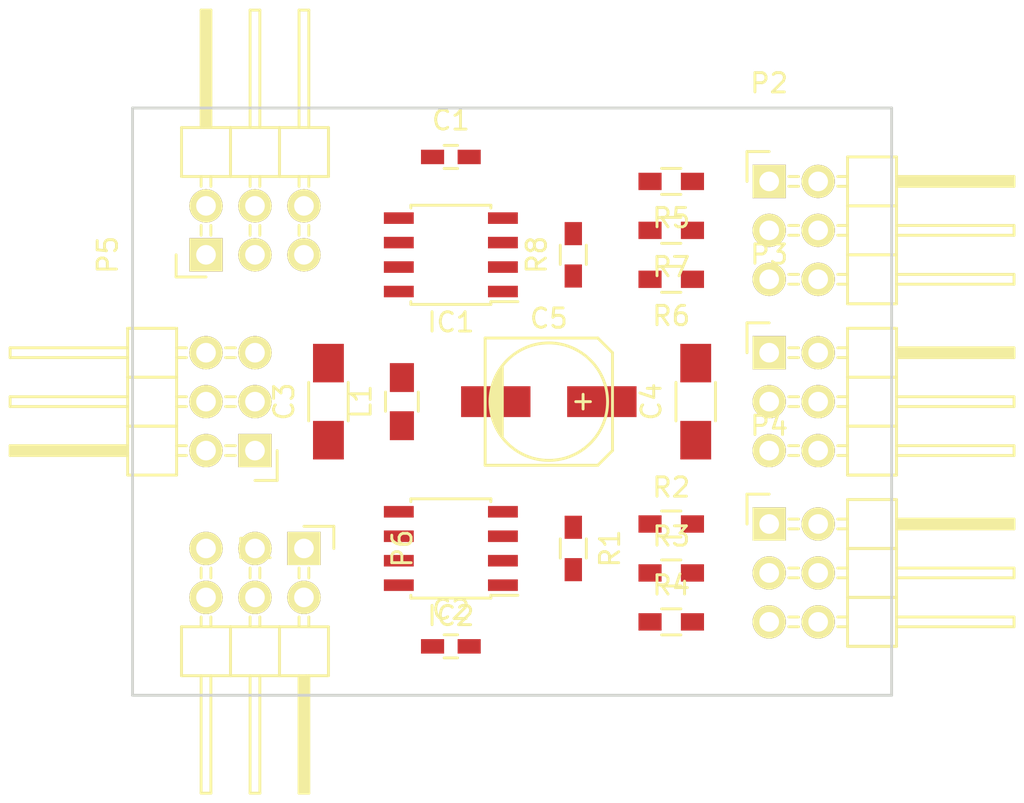
<source format=kicad_pcb>
(kicad_pcb (version 4) (host pcbnew 4.0.2-stable)

  (general
    (links 57)
    (no_connects 57)
    (area 0 0 0 0)
    (thickness 1.6)
    (drawings 4)
    (tracks 0)
    (zones 0)
    (modules 22)
    (nets 24)
  )

  (page A4)
  (layers
    (0 F.Cu signal)
    (31 B.Cu signal)
    (32 B.Adhes user)
    (33 F.Adhes user)
    (34 B.Paste user)
    (35 F.Paste user)
    (36 B.SilkS user)
    (37 F.SilkS user)
    (38 B.Mask user)
    (39 F.Mask user)
    (40 Dwgs.User user)
    (41 Cmts.User user)
    (42 Eco1.User user)
    (43 Eco2.User user)
    (44 Edge.Cuts user)
    (45 Margin user)
    (46 B.CrtYd user hide)
    (47 F.CrtYd user)
    (48 B.Fab user)
    (49 F.Fab user)
  )

  (setup
    (last_trace_width 0.25)
    (trace_clearance 0.2)
    (zone_clearance 0.508)
    (zone_45_only no)
    (trace_min 0.2)
    (segment_width 0.2)
    (edge_width 0.15)
    (via_size 0.6)
    (via_drill 0.4)
    (via_min_size 0.4)
    (via_min_drill 0.3)
    (uvia_size 0.3)
    (uvia_drill 0.1)
    (uvias_allowed no)
    (uvia_min_size 0.2)
    (uvia_min_drill 0.1)
    (pcb_text_width 0.3)
    (pcb_text_size 1.5 1.5)
    (mod_edge_width 0.15)
    (mod_text_size 1 1)
    (mod_text_width 0.15)
    (pad_size 1.524 1.524)
    (pad_drill 0.762)
    (pad_to_mask_clearance 0.2)
    (aux_axis_origin 0 0)
    (visible_elements FFFFFF5F)
    (pcbplotparams
      (layerselection 0x00030_80000001)
      (usegerberextensions false)
      (excludeedgelayer true)
      (linewidth 0.100000)
      (plotframeref false)
      (viasonmask false)
      (mode 1)
      (useauxorigin false)
      (hpglpennumber 1)
      (hpglpenspeed 20)
      (hpglpendiameter 15)
      (hpglpenoverlay 2)
      (psnegative false)
      (psa4output false)
      (plotreference true)
      (plotvalue true)
      (plotinvisibletext false)
      (padsonsilk false)
      (subtractmaskfromsilk false)
      (outputformat 1)
      (mirror false)
      (drillshape 1)
      (scaleselection 1)
      (outputdirectory ""))
  )

  (net 0 "")
  (net 1 +5F)
  (net 2 GND)
  (net 3 +5V)
  (net 4 Input_B)
  (net 5 Input_A)
  (net 6 "Net-(P1-Pad3)")
  (net 7 "Net-(P1-Pad4)")
  (net 8 "Net-(P2-Pad1)")
  (net 9 "Net-(P2-Pad2)")
  (net 10 "Net-(P3-Pad1)")
  (net 11 "Net-(P3-Pad2)")
  (net 12 "Net-(P4-Pad1)")
  (net 13 "Net-(P4-Pad2)")
  (net 14 COPY_A2)
  (net 15 COPY_A3)
  (net 16 COPY_A1)
  (net 17 Reset_A)
  (net 18 COPY_B2)
  (net 19 COPY_B3)
  (net 20 COPY_B1)
  (net 21 Reset_B)
  (net 22 "Net-(IC1-Pad3)")
  (net 23 "Net-(IC2-Pad3)")

  (net_class Default "This is the default net class."
    (clearance 0.2)
    (trace_width 0.25)
    (via_dia 0.6)
    (via_drill 0.4)
    (uvia_dia 0.3)
    (uvia_drill 0.1)
    (add_net +5F)
    (add_net +5V)
    (add_net COPY_A1)
    (add_net COPY_A2)
    (add_net COPY_A3)
    (add_net COPY_B1)
    (add_net COPY_B2)
    (add_net COPY_B3)
    (add_net GND)
    (add_net Input_A)
    (add_net Input_B)
    (add_net "Net-(IC1-Pad3)")
    (add_net "Net-(IC2-Pad3)")
    (add_net "Net-(P1-Pad3)")
    (add_net "Net-(P1-Pad4)")
    (add_net "Net-(P2-Pad1)")
    (add_net "Net-(P2-Pad2)")
    (add_net "Net-(P3-Pad1)")
    (add_net "Net-(P3-Pad2)")
    (add_net "Net-(P4-Pad1)")
    (add_net "Net-(P4-Pad2)")
    (add_net Reset_A)
    (add_net Reset_B)
  )

  (module Capacitors_SMD:C_0603_HandSoldering (layer F.Cu) (tedit 541A9B4D) (tstamp 5721574A)
    (at 121.92 88.9)
    (descr "Capacitor SMD 0603, hand soldering")
    (tags "capacitor 0603")
    (path /57213E99)
    (attr smd)
    (fp_text reference C1 (at 0 -1.9) (layer F.SilkS)
      (effects (font (size 1 1) (thickness 0.15)))
    )
    (fp_text value 0U1 (at 0 1.9) (layer F.Fab)
      (effects (font (size 1 1) (thickness 0.15)))
    )
    (fp_line (start -1.85 -0.75) (end 1.85 -0.75) (layer F.CrtYd) (width 0.05))
    (fp_line (start -1.85 0.75) (end 1.85 0.75) (layer F.CrtYd) (width 0.05))
    (fp_line (start -1.85 -0.75) (end -1.85 0.75) (layer F.CrtYd) (width 0.05))
    (fp_line (start 1.85 -0.75) (end 1.85 0.75) (layer F.CrtYd) (width 0.05))
    (fp_line (start -0.35 -0.6) (end 0.35 -0.6) (layer F.SilkS) (width 0.15))
    (fp_line (start 0.35 0.6) (end -0.35 0.6) (layer F.SilkS) (width 0.15))
    (pad 1 smd rect (at -0.95 0) (size 1.2 0.75) (layers F.Cu F.Paste F.Mask)
      (net 1 +5F))
    (pad 2 smd rect (at 0.95 0) (size 1.2 0.75) (layers F.Cu F.Paste F.Mask)
      (net 2 GND))
    (model Capacitors_SMD.3dshapes/C_0603_HandSoldering.wrl
      (at (xyz 0 0 0))
      (scale (xyz 1 1 1))
      (rotate (xyz 0 0 0))
    )
  )

  (module Capacitors_SMD:C_0603_HandSoldering (layer F.Cu) (tedit 541A9B4D) (tstamp 57215756)
    (at 121.92 114.3)
    (descr "Capacitor SMD 0603, hand soldering")
    (tags "capacitor 0603")
    (path /5721996E)
    (attr smd)
    (fp_text reference C2 (at 0 -1.9) (layer F.SilkS)
      (effects (font (size 1 1) (thickness 0.15)))
    )
    (fp_text value 0U1 (at 0 1.9) (layer F.Fab)
      (effects (font (size 1 1) (thickness 0.15)))
    )
    (fp_line (start -1.85 -0.75) (end 1.85 -0.75) (layer F.CrtYd) (width 0.05))
    (fp_line (start -1.85 0.75) (end 1.85 0.75) (layer F.CrtYd) (width 0.05))
    (fp_line (start -1.85 -0.75) (end -1.85 0.75) (layer F.CrtYd) (width 0.05))
    (fp_line (start 1.85 -0.75) (end 1.85 0.75) (layer F.CrtYd) (width 0.05))
    (fp_line (start -0.35 -0.6) (end 0.35 -0.6) (layer F.SilkS) (width 0.15))
    (fp_line (start 0.35 0.6) (end -0.35 0.6) (layer F.SilkS) (width 0.15))
    (pad 1 smd rect (at -0.95 0) (size 1.2 0.75) (layers F.Cu F.Paste F.Mask)
      (net 1 +5F))
    (pad 2 smd rect (at 0.95 0) (size 1.2 0.75) (layers F.Cu F.Paste F.Mask)
      (net 2 GND))
    (model Capacitors_SMD.3dshapes/C_0603_HandSoldering.wrl
      (at (xyz 0 0 0))
      (scale (xyz 1 1 1))
      (rotate (xyz 0 0 0))
    )
  )

  (module Capacitors_SMD:C_1206_HandSoldering (layer F.Cu) (tedit 541A9C03) (tstamp 57215762)
    (at 115.57 101.6 90)
    (descr "Capacitor SMD 1206, hand soldering")
    (tags "capacitor 1206")
    (path /57219306)
    (attr smd)
    (fp_text reference C3 (at 0 -2.3 90) (layer F.SilkS)
      (effects (font (size 1 1) (thickness 0.15)))
    )
    (fp_text value 4U7 (at 0 2.3 90) (layer F.Fab)
      (effects (font (size 1 1) (thickness 0.15)))
    )
    (fp_line (start -3.3 -1.15) (end 3.3 -1.15) (layer F.CrtYd) (width 0.05))
    (fp_line (start -3.3 1.15) (end 3.3 1.15) (layer F.CrtYd) (width 0.05))
    (fp_line (start -3.3 -1.15) (end -3.3 1.15) (layer F.CrtYd) (width 0.05))
    (fp_line (start 3.3 -1.15) (end 3.3 1.15) (layer F.CrtYd) (width 0.05))
    (fp_line (start 1 -1.025) (end -1 -1.025) (layer F.SilkS) (width 0.15))
    (fp_line (start -1 1.025) (end 1 1.025) (layer F.SilkS) (width 0.15))
    (pad 1 smd rect (at -2 0 90) (size 2 1.6) (layers F.Cu F.Paste F.Mask)
      (net 1 +5F))
    (pad 2 smd rect (at 2 0 90) (size 2 1.6) (layers F.Cu F.Paste F.Mask)
      (net 2 GND))
    (model Capacitors_SMD.3dshapes/C_1206_HandSoldering.wrl
      (at (xyz 0 0 0))
      (scale (xyz 1 1 1))
      (rotate (xyz 0 0 0))
    )
  )

  (module Capacitors_SMD:C_1206_HandSoldering (layer F.Cu) (tedit 541A9C03) (tstamp 5721576E)
    (at 134.62 101.6 90)
    (descr "Capacitor SMD 1206, hand soldering")
    (tags "capacitor 1206")
    (path /572194BF)
    (attr smd)
    (fp_text reference C4 (at 0 -2.3 90) (layer F.SilkS)
      (effects (font (size 1 1) (thickness 0.15)))
    )
    (fp_text value 4U7 (at 0 2.3 90) (layer F.Fab)
      (effects (font (size 1 1) (thickness 0.15)))
    )
    (fp_line (start -3.3 -1.15) (end 3.3 -1.15) (layer F.CrtYd) (width 0.05))
    (fp_line (start -3.3 1.15) (end 3.3 1.15) (layer F.CrtYd) (width 0.05))
    (fp_line (start -3.3 -1.15) (end -3.3 1.15) (layer F.CrtYd) (width 0.05))
    (fp_line (start 3.3 -1.15) (end 3.3 1.15) (layer F.CrtYd) (width 0.05))
    (fp_line (start 1 -1.025) (end -1 -1.025) (layer F.SilkS) (width 0.15))
    (fp_line (start -1 1.025) (end 1 1.025) (layer F.SilkS) (width 0.15))
    (pad 1 smd rect (at -2 0 90) (size 2 1.6) (layers F.Cu F.Paste F.Mask)
      (net 3 +5V))
    (pad 2 smd rect (at 2 0 90) (size 2 1.6) (layers F.Cu F.Paste F.Mask)
      (net 2 GND))
    (model Capacitors_SMD.3dshapes/C_1206_HandSoldering.wrl
      (at (xyz 0 0 0))
      (scale (xyz 1 1 1))
      (rotate (xyz 0 0 0))
    )
  )

  (module Capacitors_SMD:c_elec_6.3x7.7 (layer F.Cu) (tedit 556FDD06) (tstamp 57215786)
    (at 127 101.6)
    (descr "SMT capacitor, aluminium electrolytic, 6.3x7.7")
    (path /5721425B)
    (attr smd)
    (fp_text reference C5 (at 0 -4.318) (layer F.SilkS)
      (effects (font (size 1 1) (thickness 0.15)))
    )
    (fp_text value 150U (at 0 4.318) (layer F.Fab)
      (effects (font (size 1 1) (thickness 0.15)))
    )
    (fp_line (start -4.85 -3.55) (end 4.85 -3.55) (layer F.CrtYd) (width 0.05))
    (fp_line (start 4.85 -3.55) (end 4.85 3.55) (layer F.CrtYd) (width 0.05))
    (fp_line (start 4.85 3.55) (end -4.85 3.55) (layer F.CrtYd) (width 0.05))
    (fp_line (start -4.85 3.55) (end -4.85 -3.55) (layer F.CrtYd) (width 0.05))
    (fp_line (start -2.921 -0.762) (end -2.921 0.762) (layer F.SilkS) (width 0.15))
    (fp_line (start -2.794 1.143) (end -2.794 -1.143) (layer F.SilkS) (width 0.15))
    (fp_line (start -2.667 -1.397) (end -2.667 1.397) (layer F.SilkS) (width 0.15))
    (fp_line (start -2.54 1.651) (end -2.54 -1.651) (layer F.SilkS) (width 0.15))
    (fp_line (start -2.413 -1.778) (end -2.413 1.778) (layer F.SilkS) (width 0.15))
    (fp_line (start -3.302 -3.302) (end -3.302 3.302) (layer F.SilkS) (width 0.15))
    (fp_line (start -3.302 3.302) (end 2.54 3.302) (layer F.SilkS) (width 0.15))
    (fp_line (start 2.54 3.302) (end 3.302 2.54) (layer F.SilkS) (width 0.15))
    (fp_line (start 3.302 2.54) (end 3.302 -2.54) (layer F.SilkS) (width 0.15))
    (fp_line (start 3.302 -2.54) (end 2.54 -3.302) (layer F.SilkS) (width 0.15))
    (fp_line (start 2.54 -3.302) (end -3.302 -3.302) (layer F.SilkS) (width 0.15))
    (fp_line (start 2.159 0) (end 1.397 0) (layer F.SilkS) (width 0.15))
    (fp_line (start 1.778 -0.381) (end 1.778 0.381) (layer F.SilkS) (width 0.15))
    (fp_circle (center 0 0) (end -3.048 0) (layer F.SilkS) (width 0.15))
    (pad 1 smd rect (at 2.75082 0) (size 3.59918 1.6002) (layers F.Cu F.Paste F.Mask)
      (net 3 +5V))
    (pad 2 smd rect (at -2.75082 0) (size 3.59918 1.6002) (layers F.Cu F.Paste F.Mask)
      (net 2 GND))
    (model Capacitors_SMD.3dshapes/c_elec_6.3x7.7.wrl
      (at (xyz 0 0 0))
      (scale (xyz 1 1 1))
      (rotate (xyz 0 0 0))
    )
  )

  (module Capacitors_SMD:C_0805_HandSoldering (layer F.Cu) (tedit 541A9B8D) (tstamp 57215792)
    (at 119.38 101.6 90)
    (descr "Capacitor SMD 0805, hand soldering")
    (tags "capacitor 0805")
    (path /57213F51)
    (attr smd)
    (fp_text reference L1 (at 0 -2.1 90) (layer F.SilkS)
      (effects (font (size 1 1) (thickness 0.15)))
    )
    (fp_text value 260U (at 0 2.1 90) (layer F.Fab)
      (effects (font (size 1 1) (thickness 0.15)))
    )
    (fp_line (start -2.3 -1) (end 2.3 -1) (layer F.CrtYd) (width 0.05))
    (fp_line (start -2.3 1) (end 2.3 1) (layer F.CrtYd) (width 0.05))
    (fp_line (start -2.3 -1) (end -2.3 1) (layer F.CrtYd) (width 0.05))
    (fp_line (start 2.3 -1) (end 2.3 1) (layer F.CrtYd) (width 0.05))
    (fp_line (start 0.5 -0.85) (end -0.5 -0.85) (layer F.SilkS) (width 0.15))
    (fp_line (start -0.5 0.85) (end 0.5 0.85) (layer F.SilkS) (width 0.15))
    (pad 1 smd rect (at -1.25 0 90) (size 1.5 1.25) (layers F.Cu F.Paste F.Mask)
      (net 1 +5F))
    (pad 2 smd rect (at 1.25 0 90) (size 1.5 1.25) (layers F.Cu F.Paste F.Mask)
      (net 3 +5V))
    (model Capacitors_SMD.3dshapes/C_0805_HandSoldering.wrl
      (at (xyz 0 0 0))
      (scale (xyz 1 1 1))
      (rotate (xyz 0 0 0))
    )
  )

  (module Pin_Headers:Pin_Header_Angled_2x03 (layer F.Cu) (tedit 0) (tstamp 572157C9)
    (at 111.76 104.14 180)
    (descr "Through hole pin header")
    (tags "pin header")
    (path /57217CFB)
    (fp_text reference P1 (at 0 -5.1 180) (layer F.SilkS)
      (effects (font (size 1 1) (thickness 0.15)))
    )
    (fp_text value CONN_02X03 (at 0 -3.1 180) (layer F.Fab)
      (effects (font (size 1 1) (thickness 0.15)))
    )
    (fp_line (start -1.35 -1.75) (end -1.35 6.85) (layer F.CrtYd) (width 0.05))
    (fp_line (start 13.2 -1.75) (end 13.2 6.85) (layer F.CrtYd) (width 0.05))
    (fp_line (start -1.35 -1.75) (end 13.2 -1.75) (layer F.CrtYd) (width 0.05))
    (fp_line (start -1.35 6.85) (end 13.2 6.85) (layer F.CrtYd) (width 0.05))
    (fp_line (start 1.524 5.334) (end 1.016 5.334) (layer F.SilkS) (width 0.15))
    (fp_line (start 1.524 4.826) (end 1.016 4.826) (layer F.SilkS) (width 0.15))
    (fp_line (start 1.524 2.794) (end 1.016 2.794) (layer F.SilkS) (width 0.15))
    (fp_line (start 1.524 2.286) (end 1.016 2.286) (layer F.SilkS) (width 0.15))
    (fp_line (start 1.524 0.254) (end 1.016 0.254) (layer F.SilkS) (width 0.15))
    (fp_line (start 1.524 -0.254) (end 1.016 -0.254) (layer F.SilkS) (width 0.15))
    (fp_line (start 4.064 2.286) (end 3.556 2.286) (layer F.SilkS) (width 0.15))
    (fp_line (start 4.064 2.794) (end 3.556 2.794) (layer F.SilkS) (width 0.15))
    (fp_line (start 4.064 4.826) (end 3.556 4.826) (layer F.SilkS) (width 0.15))
    (fp_line (start 4.064 5.334) (end 3.556 5.334) (layer F.SilkS) (width 0.15))
    (fp_line (start 4.064 -0.254) (end 3.556 -0.254) (layer F.SilkS) (width 0.15))
    (fp_line (start 4.064 0.254) (end 3.556 0.254) (layer F.SilkS) (width 0.15))
    (fp_line (start 0 -1.55) (end -1.15 -1.55) (layer F.SilkS) (width 0.15))
    (fp_line (start -1.15 -1.55) (end -1.15 0) (layer F.SilkS) (width 0.15))
    (fp_line (start 6.604 -0.127) (end 12.573 -0.127) (layer F.SilkS) (width 0.15))
    (fp_line (start 12.573 -0.127) (end 12.573 0.127) (layer F.SilkS) (width 0.15))
    (fp_line (start 12.573 0.127) (end 6.731 0.127) (layer F.SilkS) (width 0.15))
    (fp_line (start 6.731 0.127) (end 6.731 0) (layer F.SilkS) (width 0.15))
    (fp_line (start 6.731 0) (end 12.573 0) (layer F.SilkS) (width 0.15))
    (fp_line (start 4.064 1.27) (end 4.064 3.81) (layer F.SilkS) (width 0.15))
    (fp_line (start 4.064 3.81) (end 6.604 3.81) (layer F.SilkS) (width 0.15))
    (fp_line (start 6.604 2.286) (end 12.7 2.286) (layer F.SilkS) (width 0.15))
    (fp_line (start 12.7 2.286) (end 12.7 2.794) (layer F.SilkS) (width 0.15))
    (fp_line (start 12.7 2.794) (end 6.604 2.794) (layer F.SilkS) (width 0.15))
    (fp_line (start 6.604 3.81) (end 6.604 1.27) (layer F.SilkS) (width 0.15))
    (fp_line (start 4.064 6.35) (end 6.604 6.35) (layer F.SilkS) (width 0.15))
    (fp_line (start 6.604 6.35) (end 6.604 3.81) (layer F.SilkS) (width 0.15))
    (fp_line (start 12.7 5.334) (end 6.604 5.334) (layer F.SilkS) (width 0.15))
    (fp_line (start 12.7 4.826) (end 12.7 5.334) (layer F.SilkS) (width 0.15))
    (fp_line (start 6.604 4.826) (end 12.7 4.826) (layer F.SilkS) (width 0.15))
    (fp_line (start 4.064 6.35) (end 6.604 6.35) (layer F.SilkS) (width 0.15))
    (fp_line (start 4.064 3.81) (end 4.064 6.35) (layer F.SilkS) (width 0.15))
    (fp_line (start 4.064 3.81) (end 6.604 3.81) (layer F.SilkS) (width 0.15))
    (fp_line (start 4.064 1.27) (end 6.604 1.27) (layer F.SilkS) (width 0.15))
    (fp_line (start 6.604 1.27) (end 6.604 -1.27) (layer F.SilkS) (width 0.15))
    (fp_line (start 12.7 0.254) (end 6.604 0.254) (layer F.SilkS) (width 0.15))
    (fp_line (start 12.7 -0.254) (end 12.7 0.254) (layer F.SilkS) (width 0.15))
    (fp_line (start 6.604 -0.254) (end 12.7 -0.254) (layer F.SilkS) (width 0.15))
    (fp_line (start 4.064 1.27) (end 6.604 1.27) (layer F.SilkS) (width 0.15))
    (fp_line (start 4.064 -1.27) (end 4.064 1.27) (layer F.SilkS) (width 0.15))
    (fp_line (start 4.064 -1.27) (end 6.604 -1.27) (layer F.SilkS) (width 0.15))
    (pad 1 thru_hole rect (at 0 0 180) (size 1.7272 1.7272) (drill 1.016) (layers *.Cu *.Mask F.SilkS)
      (net 4 Input_B))
    (pad 2 thru_hole oval (at 2.54 0 180) (size 1.7272 1.7272) (drill 1.016) (layers *.Cu *.Mask F.SilkS)
      (net 5 Input_A))
    (pad 3 thru_hole oval (at 0 2.54 180) (size 1.7272 1.7272) (drill 1.016) (layers *.Cu *.Mask F.SilkS)
      (net 6 "Net-(P1-Pad3)"))
    (pad 4 thru_hole oval (at 2.54 2.54 180) (size 1.7272 1.7272) (drill 1.016) (layers *.Cu *.Mask F.SilkS)
      (net 7 "Net-(P1-Pad4)"))
    (pad 5 thru_hole oval (at 0 5.08 180) (size 1.7272 1.7272) (drill 1.016) (layers *.Cu *.Mask F.SilkS)
      (net 2 GND))
    (pad 6 thru_hole oval (at 2.54 5.08 180) (size 1.7272 1.7272) (drill 1.016) (layers *.Cu *.Mask F.SilkS)
      (net 2 GND))
    (model Pin_Headers.3dshapes/Pin_Header_Angled_2x03.wrl
      (at (xyz 0.05 -0.1 0))
      (scale (xyz 1 1 1))
      (rotate (xyz 0 0 90))
    )
  )

  (module Pin_Headers:Pin_Header_Angled_2x03 (layer F.Cu) (tedit 0) (tstamp 57215800)
    (at 138.43 90.17)
    (descr "Through hole pin header")
    (tags "pin header")
    (path /57218ECE)
    (fp_text reference P2 (at 0 -5.1) (layer F.SilkS)
      (effects (font (size 1 1) (thickness 0.15)))
    )
    (fp_text value CONN_02X03 (at 0 -3.1) (layer F.Fab)
      (effects (font (size 1 1) (thickness 0.15)))
    )
    (fp_line (start -1.35 -1.75) (end -1.35 6.85) (layer F.CrtYd) (width 0.05))
    (fp_line (start 13.2 -1.75) (end 13.2 6.85) (layer F.CrtYd) (width 0.05))
    (fp_line (start -1.35 -1.75) (end 13.2 -1.75) (layer F.CrtYd) (width 0.05))
    (fp_line (start -1.35 6.85) (end 13.2 6.85) (layer F.CrtYd) (width 0.05))
    (fp_line (start 1.524 5.334) (end 1.016 5.334) (layer F.SilkS) (width 0.15))
    (fp_line (start 1.524 4.826) (end 1.016 4.826) (layer F.SilkS) (width 0.15))
    (fp_line (start 1.524 2.794) (end 1.016 2.794) (layer F.SilkS) (width 0.15))
    (fp_line (start 1.524 2.286) (end 1.016 2.286) (layer F.SilkS) (width 0.15))
    (fp_line (start 1.524 0.254) (end 1.016 0.254) (layer F.SilkS) (width 0.15))
    (fp_line (start 1.524 -0.254) (end 1.016 -0.254) (layer F.SilkS) (width 0.15))
    (fp_line (start 4.064 2.286) (end 3.556 2.286) (layer F.SilkS) (width 0.15))
    (fp_line (start 4.064 2.794) (end 3.556 2.794) (layer F.SilkS) (width 0.15))
    (fp_line (start 4.064 4.826) (end 3.556 4.826) (layer F.SilkS) (width 0.15))
    (fp_line (start 4.064 5.334) (end 3.556 5.334) (layer F.SilkS) (width 0.15))
    (fp_line (start 4.064 -0.254) (end 3.556 -0.254) (layer F.SilkS) (width 0.15))
    (fp_line (start 4.064 0.254) (end 3.556 0.254) (layer F.SilkS) (width 0.15))
    (fp_line (start 0 -1.55) (end -1.15 -1.55) (layer F.SilkS) (width 0.15))
    (fp_line (start -1.15 -1.55) (end -1.15 0) (layer F.SilkS) (width 0.15))
    (fp_line (start 6.604 -0.127) (end 12.573 -0.127) (layer F.SilkS) (width 0.15))
    (fp_line (start 12.573 -0.127) (end 12.573 0.127) (layer F.SilkS) (width 0.15))
    (fp_line (start 12.573 0.127) (end 6.731 0.127) (layer F.SilkS) (width 0.15))
    (fp_line (start 6.731 0.127) (end 6.731 0) (layer F.SilkS) (width 0.15))
    (fp_line (start 6.731 0) (end 12.573 0) (layer F.SilkS) (width 0.15))
    (fp_line (start 4.064 1.27) (end 4.064 3.81) (layer F.SilkS) (width 0.15))
    (fp_line (start 4.064 3.81) (end 6.604 3.81) (layer F.SilkS) (width 0.15))
    (fp_line (start 6.604 2.286) (end 12.7 2.286) (layer F.SilkS) (width 0.15))
    (fp_line (start 12.7 2.286) (end 12.7 2.794) (layer F.SilkS) (width 0.15))
    (fp_line (start 12.7 2.794) (end 6.604 2.794) (layer F.SilkS) (width 0.15))
    (fp_line (start 6.604 3.81) (end 6.604 1.27) (layer F.SilkS) (width 0.15))
    (fp_line (start 4.064 6.35) (end 6.604 6.35) (layer F.SilkS) (width 0.15))
    (fp_line (start 6.604 6.35) (end 6.604 3.81) (layer F.SilkS) (width 0.15))
    (fp_line (start 12.7 5.334) (end 6.604 5.334) (layer F.SilkS) (width 0.15))
    (fp_line (start 12.7 4.826) (end 12.7 5.334) (layer F.SilkS) (width 0.15))
    (fp_line (start 6.604 4.826) (end 12.7 4.826) (layer F.SilkS) (width 0.15))
    (fp_line (start 4.064 6.35) (end 6.604 6.35) (layer F.SilkS) (width 0.15))
    (fp_line (start 4.064 3.81) (end 4.064 6.35) (layer F.SilkS) (width 0.15))
    (fp_line (start 4.064 3.81) (end 6.604 3.81) (layer F.SilkS) (width 0.15))
    (fp_line (start 4.064 1.27) (end 6.604 1.27) (layer F.SilkS) (width 0.15))
    (fp_line (start 6.604 1.27) (end 6.604 -1.27) (layer F.SilkS) (width 0.15))
    (fp_line (start 12.7 0.254) (end 6.604 0.254) (layer F.SilkS) (width 0.15))
    (fp_line (start 12.7 -0.254) (end 12.7 0.254) (layer F.SilkS) (width 0.15))
    (fp_line (start 6.604 -0.254) (end 12.7 -0.254) (layer F.SilkS) (width 0.15))
    (fp_line (start 4.064 1.27) (end 6.604 1.27) (layer F.SilkS) (width 0.15))
    (fp_line (start 4.064 -1.27) (end 4.064 1.27) (layer F.SilkS) (width 0.15))
    (fp_line (start 4.064 -1.27) (end 6.604 -1.27) (layer F.SilkS) (width 0.15))
    (pad 1 thru_hole rect (at 0 0) (size 1.7272 1.7272) (drill 1.016) (layers *.Cu *.Mask F.SilkS)
      (net 8 "Net-(P2-Pad1)"))
    (pad 2 thru_hole oval (at 2.54 0) (size 1.7272 1.7272) (drill 1.016) (layers *.Cu *.Mask F.SilkS)
      (net 9 "Net-(P2-Pad2)"))
    (pad 3 thru_hole oval (at 0 2.54) (size 1.7272 1.7272) (drill 1.016) (layers *.Cu *.Mask F.SilkS)
      (net 3 +5V))
    (pad 4 thru_hole oval (at 2.54 2.54) (size 1.7272 1.7272) (drill 1.016) (layers *.Cu *.Mask F.SilkS)
      (net 3 +5V))
    (pad 5 thru_hole oval (at 0 5.08) (size 1.7272 1.7272) (drill 1.016) (layers *.Cu *.Mask F.SilkS)
      (net 2 GND))
    (pad 6 thru_hole oval (at 2.54 5.08) (size 1.7272 1.7272) (drill 1.016) (layers *.Cu *.Mask F.SilkS)
      (net 2 GND))
    (model Pin_Headers.3dshapes/Pin_Header_Angled_2x03.wrl
      (at (xyz 0.05 -0.1 0))
      (scale (xyz 1 1 1))
      (rotate (xyz 0 0 90))
    )
  )

  (module Pin_Headers:Pin_Header_Angled_2x03 (layer F.Cu) (tedit 0) (tstamp 57215837)
    (at 138.43 99.06)
    (descr "Through hole pin header")
    (tags "pin header")
    (path /57218F28)
    (fp_text reference P3 (at 0 -5.1) (layer F.SilkS)
      (effects (font (size 1 1) (thickness 0.15)))
    )
    (fp_text value CONN_02X03 (at 0 -3.1) (layer F.Fab)
      (effects (font (size 1 1) (thickness 0.15)))
    )
    (fp_line (start -1.35 -1.75) (end -1.35 6.85) (layer F.CrtYd) (width 0.05))
    (fp_line (start 13.2 -1.75) (end 13.2 6.85) (layer F.CrtYd) (width 0.05))
    (fp_line (start -1.35 -1.75) (end 13.2 -1.75) (layer F.CrtYd) (width 0.05))
    (fp_line (start -1.35 6.85) (end 13.2 6.85) (layer F.CrtYd) (width 0.05))
    (fp_line (start 1.524 5.334) (end 1.016 5.334) (layer F.SilkS) (width 0.15))
    (fp_line (start 1.524 4.826) (end 1.016 4.826) (layer F.SilkS) (width 0.15))
    (fp_line (start 1.524 2.794) (end 1.016 2.794) (layer F.SilkS) (width 0.15))
    (fp_line (start 1.524 2.286) (end 1.016 2.286) (layer F.SilkS) (width 0.15))
    (fp_line (start 1.524 0.254) (end 1.016 0.254) (layer F.SilkS) (width 0.15))
    (fp_line (start 1.524 -0.254) (end 1.016 -0.254) (layer F.SilkS) (width 0.15))
    (fp_line (start 4.064 2.286) (end 3.556 2.286) (layer F.SilkS) (width 0.15))
    (fp_line (start 4.064 2.794) (end 3.556 2.794) (layer F.SilkS) (width 0.15))
    (fp_line (start 4.064 4.826) (end 3.556 4.826) (layer F.SilkS) (width 0.15))
    (fp_line (start 4.064 5.334) (end 3.556 5.334) (layer F.SilkS) (width 0.15))
    (fp_line (start 4.064 -0.254) (end 3.556 -0.254) (layer F.SilkS) (width 0.15))
    (fp_line (start 4.064 0.254) (end 3.556 0.254) (layer F.SilkS) (width 0.15))
    (fp_line (start 0 -1.55) (end -1.15 -1.55) (layer F.SilkS) (width 0.15))
    (fp_line (start -1.15 -1.55) (end -1.15 0) (layer F.SilkS) (width 0.15))
    (fp_line (start 6.604 -0.127) (end 12.573 -0.127) (layer F.SilkS) (width 0.15))
    (fp_line (start 12.573 -0.127) (end 12.573 0.127) (layer F.SilkS) (width 0.15))
    (fp_line (start 12.573 0.127) (end 6.731 0.127) (layer F.SilkS) (width 0.15))
    (fp_line (start 6.731 0.127) (end 6.731 0) (layer F.SilkS) (width 0.15))
    (fp_line (start 6.731 0) (end 12.573 0) (layer F.SilkS) (width 0.15))
    (fp_line (start 4.064 1.27) (end 4.064 3.81) (layer F.SilkS) (width 0.15))
    (fp_line (start 4.064 3.81) (end 6.604 3.81) (layer F.SilkS) (width 0.15))
    (fp_line (start 6.604 2.286) (end 12.7 2.286) (layer F.SilkS) (width 0.15))
    (fp_line (start 12.7 2.286) (end 12.7 2.794) (layer F.SilkS) (width 0.15))
    (fp_line (start 12.7 2.794) (end 6.604 2.794) (layer F.SilkS) (width 0.15))
    (fp_line (start 6.604 3.81) (end 6.604 1.27) (layer F.SilkS) (width 0.15))
    (fp_line (start 4.064 6.35) (end 6.604 6.35) (layer F.SilkS) (width 0.15))
    (fp_line (start 6.604 6.35) (end 6.604 3.81) (layer F.SilkS) (width 0.15))
    (fp_line (start 12.7 5.334) (end 6.604 5.334) (layer F.SilkS) (width 0.15))
    (fp_line (start 12.7 4.826) (end 12.7 5.334) (layer F.SilkS) (width 0.15))
    (fp_line (start 6.604 4.826) (end 12.7 4.826) (layer F.SilkS) (width 0.15))
    (fp_line (start 4.064 6.35) (end 6.604 6.35) (layer F.SilkS) (width 0.15))
    (fp_line (start 4.064 3.81) (end 4.064 6.35) (layer F.SilkS) (width 0.15))
    (fp_line (start 4.064 3.81) (end 6.604 3.81) (layer F.SilkS) (width 0.15))
    (fp_line (start 4.064 1.27) (end 6.604 1.27) (layer F.SilkS) (width 0.15))
    (fp_line (start 6.604 1.27) (end 6.604 -1.27) (layer F.SilkS) (width 0.15))
    (fp_line (start 12.7 0.254) (end 6.604 0.254) (layer F.SilkS) (width 0.15))
    (fp_line (start 12.7 -0.254) (end 12.7 0.254) (layer F.SilkS) (width 0.15))
    (fp_line (start 6.604 -0.254) (end 12.7 -0.254) (layer F.SilkS) (width 0.15))
    (fp_line (start 4.064 1.27) (end 6.604 1.27) (layer F.SilkS) (width 0.15))
    (fp_line (start 4.064 -1.27) (end 4.064 1.27) (layer F.SilkS) (width 0.15))
    (fp_line (start 4.064 -1.27) (end 6.604 -1.27) (layer F.SilkS) (width 0.15))
    (pad 1 thru_hole rect (at 0 0) (size 1.7272 1.7272) (drill 1.016) (layers *.Cu *.Mask F.SilkS)
      (net 10 "Net-(P3-Pad1)"))
    (pad 2 thru_hole oval (at 2.54 0) (size 1.7272 1.7272) (drill 1.016) (layers *.Cu *.Mask F.SilkS)
      (net 11 "Net-(P3-Pad2)"))
    (pad 3 thru_hole oval (at 0 2.54) (size 1.7272 1.7272) (drill 1.016) (layers *.Cu *.Mask F.SilkS)
      (net 3 +5V))
    (pad 4 thru_hole oval (at 2.54 2.54) (size 1.7272 1.7272) (drill 1.016) (layers *.Cu *.Mask F.SilkS)
      (net 3 +5V))
    (pad 5 thru_hole oval (at 0 5.08) (size 1.7272 1.7272) (drill 1.016) (layers *.Cu *.Mask F.SilkS)
      (net 2 GND))
    (pad 6 thru_hole oval (at 2.54 5.08) (size 1.7272 1.7272) (drill 1.016) (layers *.Cu *.Mask F.SilkS)
      (net 2 GND))
    (model Pin_Headers.3dshapes/Pin_Header_Angled_2x03.wrl
      (at (xyz 0.05 -0.1 0))
      (scale (xyz 1 1 1))
      (rotate (xyz 0 0 90))
    )
  )

  (module Pin_Headers:Pin_Header_Angled_2x03 (layer F.Cu) (tedit 0) (tstamp 5721586E)
    (at 138.43 107.95)
    (descr "Through hole pin header")
    (tags "pin header")
    (path /57218F89)
    (fp_text reference P4 (at 0 -5.1) (layer F.SilkS)
      (effects (font (size 1 1) (thickness 0.15)))
    )
    (fp_text value CONN_02X03 (at 0 -3.1) (layer F.Fab)
      (effects (font (size 1 1) (thickness 0.15)))
    )
    (fp_line (start -1.35 -1.75) (end -1.35 6.85) (layer F.CrtYd) (width 0.05))
    (fp_line (start 13.2 -1.75) (end 13.2 6.85) (layer F.CrtYd) (width 0.05))
    (fp_line (start -1.35 -1.75) (end 13.2 -1.75) (layer F.CrtYd) (width 0.05))
    (fp_line (start -1.35 6.85) (end 13.2 6.85) (layer F.CrtYd) (width 0.05))
    (fp_line (start 1.524 5.334) (end 1.016 5.334) (layer F.SilkS) (width 0.15))
    (fp_line (start 1.524 4.826) (end 1.016 4.826) (layer F.SilkS) (width 0.15))
    (fp_line (start 1.524 2.794) (end 1.016 2.794) (layer F.SilkS) (width 0.15))
    (fp_line (start 1.524 2.286) (end 1.016 2.286) (layer F.SilkS) (width 0.15))
    (fp_line (start 1.524 0.254) (end 1.016 0.254) (layer F.SilkS) (width 0.15))
    (fp_line (start 1.524 -0.254) (end 1.016 -0.254) (layer F.SilkS) (width 0.15))
    (fp_line (start 4.064 2.286) (end 3.556 2.286) (layer F.SilkS) (width 0.15))
    (fp_line (start 4.064 2.794) (end 3.556 2.794) (layer F.SilkS) (width 0.15))
    (fp_line (start 4.064 4.826) (end 3.556 4.826) (layer F.SilkS) (width 0.15))
    (fp_line (start 4.064 5.334) (end 3.556 5.334) (layer F.SilkS) (width 0.15))
    (fp_line (start 4.064 -0.254) (end 3.556 -0.254) (layer F.SilkS) (width 0.15))
    (fp_line (start 4.064 0.254) (end 3.556 0.254) (layer F.SilkS) (width 0.15))
    (fp_line (start 0 -1.55) (end -1.15 -1.55) (layer F.SilkS) (width 0.15))
    (fp_line (start -1.15 -1.55) (end -1.15 0) (layer F.SilkS) (width 0.15))
    (fp_line (start 6.604 -0.127) (end 12.573 -0.127) (layer F.SilkS) (width 0.15))
    (fp_line (start 12.573 -0.127) (end 12.573 0.127) (layer F.SilkS) (width 0.15))
    (fp_line (start 12.573 0.127) (end 6.731 0.127) (layer F.SilkS) (width 0.15))
    (fp_line (start 6.731 0.127) (end 6.731 0) (layer F.SilkS) (width 0.15))
    (fp_line (start 6.731 0) (end 12.573 0) (layer F.SilkS) (width 0.15))
    (fp_line (start 4.064 1.27) (end 4.064 3.81) (layer F.SilkS) (width 0.15))
    (fp_line (start 4.064 3.81) (end 6.604 3.81) (layer F.SilkS) (width 0.15))
    (fp_line (start 6.604 2.286) (end 12.7 2.286) (layer F.SilkS) (width 0.15))
    (fp_line (start 12.7 2.286) (end 12.7 2.794) (layer F.SilkS) (width 0.15))
    (fp_line (start 12.7 2.794) (end 6.604 2.794) (layer F.SilkS) (width 0.15))
    (fp_line (start 6.604 3.81) (end 6.604 1.27) (layer F.SilkS) (width 0.15))
    (fp_line (start 4.064 6.35) (end 6.604 6.35) (layer F.SilkS) (width 0.15))
    (fp_line (start 6.604 6.35) (end 6.604 3.81) (layer F.SilkS) (width 0.15))
    (fp_line (start 12.7 5.334) (end 6.604 5.334) (layer F.SilkS) (width 0.15))
    (fp_line (start 12.7 4.826) (end 12.7 5.334) (layer F.SilkS) (width 0.15))
    (fp_line (start 6.604 4.826) (end 12.7 4.826) (layer F.SilkS) (width 0.15))
    (fp_line (start 4.064 6.35) (end 6.604 6.35) (layer F.SilkS) (width 0.15))
    (fp_line (start 4.064 3.81) (end 4.064 6.35) (layer F.SilkS) (width 0.15))
    (fp_line (start 4.064 3.81) (end 6.604 3.81) (layer F.SilkS) (width 0.15))
    (fp_line (start 4.064 1.27) (end 6.604 1.27) (layer F.SilkS) (width 0.15))
    (fp_line (start 6.604 1.27) (end 6.604 -1.27) (layer F.SilkS) (width 0.15))
    (fp_line (start 12.7 0.254) (end 6.604 0.254) (layer F.SilkS) (width 0.15))
    (fp_line (start 12.7 -0.254) (end 12.7 0.254) (layer F.SilkS) (width 0.15))
    (fp_line (start 6.604 -0.254) (end 12.7 -0.254) (layer F.SilkS) (width 0.15))
    (fp_line (start 4.064 1.27) (end 6.604 1.27) (layer F.SilkS) (width 0.15))
    (fp_line (start 4.064 -1.27) (end 4.064 1.27) (layer F.SilkS) (width 0.15))
    (fp_line (start 4.064 -1.27) (end 6.604 -1.27) (layer F.SilkS) (width 0.15))
    (pad 1 thru_hole rect (at 0 0) (size 1.7272 1.7272) (drill 1.016) (layers *.Cu *.Mask F.SilkS)
      (net 12 "Net-(P4-Pad1)"))
    (pad 2 thru_hole oval (at 2.54 0) (size 1.7272 1.7272) (drill 1.016) (layers *.Cu *.Mask F.SilkS)
      (net 13 "Net-(P4-Pad2)"))
    (pad 3 thru_hole oval (at 0 2.54) (size 1.7272 1.7272) (drill 1.016) (layers *.Cu *.Mask F.SilkS)
      (net 3 +5V))
    (pad 4 thru_hole oval (at 2.54 2.54) (size 1.7272 1.7272) (drill 1.016) (layers *.Cu *.Mask F.SilkS)
      (net 3 +5V))
    (pad 5 thru_hole oval (at 0 5.08) (size 1.7272 1.7272) (drill 1.016) (layers *.Cu *.Mask F.SilkS)
      (net 2 GND))
    (pad 6 thru_hole oval (at 2.54 5.08) (size 1.7272 1.7272) (drill 1.016) (layers *.Cu *.Mask F.SilkS)
      (net 2 GND))
    (model Pin_Headers.3dshapes/Pin_Header_Angled_2x03.wrl
      (at (xyz 0.05 -0.1 0))
      (scale (xyz 1 1 1))
      (rotate (xyz 0 0 90))
    )
  )

  (module Pin_Headers:Pin_Header_Angled_2x03 (layer F.Cu) (tedit 0) (tstamp 572158A5)
    (at 109.22 93.98 90)
    (descr "Through hole pin header")
    (tags "pin header")
    (path /57218FEB)
    (fp_text reference P5 (at 0 -5.1 90) (layer F.SilkS)
      (effects (font (size 1 1) (thickness 0.15)))
    )
    (fp_text value CONN_02X03 (at 0 -3.1 90) (layer F.Fab)
      (effects (font (size 1 1) (thickness 0.15)))
    )
    (fp_line (start -1.35 -1.75) (end -1.35 6.85) (layer F.CrtYd) (width 0.05))
    (fp_line (start 13.2 -1.75) (end 13.2 6.85) (layer F.CrtYd) (width 0.05))
    (fp_line (start -1.35 -1.75) (end 13.2 -1.75) (layer F.CrtYd) (width 0.05))
    (fp_line (start -1.35 6.85) (end 13.2 6.85) (layer F.CrtYd) (width 0.05))
    (fp_line (start 1.524 5.334) (end 1.016 5.334) (layer F.SilkS) (width 0.15))
    (fp_line (start 1.524 4.826) (end 1.016 4.826) (layer F.SilkS) (width 0.15))
    (fp_line (start 1.524 2.794) (end 1.016 2.794) (layer F.SilkS) (width 0.15))
    (fp_line (start 1.524 2.286) (end 1.016 2.286) (layer F.SilkS) (width 0.15))
    (fp_line (start 1.524 0.254) (end 1.016 0.254) (layer F.SilkS) (width 0.15))
    (fp_line (start 1.524 -0.254) (end 1.016 -0.254) (layer F.SilkS) (width 0.15))
    (fp_line (start 4.064 2.286) (end 3.556 2.286) (layer F.SilkS) (width 0.15))
    (fp_line (start 4.064 2.794) (end 3.556 2.794) (layer F.SilkS) (width 0.15))
    (fp_line (start 4.064 4.826) (end 3.556 4.826) (layer F.SilkS) (width 0.15))
    (fp_line (start 4.064 5.334) (end 3.556 5.334) (layer F.SilkS) (width 0.15))
    (fp_line (start 4.064 -0.254) (end 3.556 -0.254) (layer F.SilkS) (width 0.15))
    (fp_line (start 4.064 0.254) (end 3.556 0.254) (layer F.SilkS) (width 0.15))
    (fp_line (start 0 -1.55) (end -1.15 -1.55) (layer F.SilkS) (width 0.15))
    (fp_line (start -1.15 -1.55) (end -1.15 0) (layer F.SilkS) (width 0.15))
    (fp_line (start 6.604 -0.127) (end 12.573 -0.127) (layer F.SilkS) (width 0.15))
    (fp_line (start 12.573 -0.127) (end 12.573 0.127) (layer F.SilkS) (width 0.15))
    (fp_line (start 12.573 0.127) (end 6.731 0.127) (layer F.SilkS) (width 0.15))
    (fp_line (start 6.731 0.127) (end 6.731 0) (layer F.SilkS) (width 0.15))
    (fp_line (start 6.731 0) (end 12.573 0) (layer F.SilkS) (width 0.15))
    (fp_line (start 4.064 1.27) (end 4.064 3.81) (layer F.SilkS) (width 0.15))
    (fp_line (start 4.064 3.81) (end 6.604 3.81) (layer F.SilkS) (width 0.15))
    (fp_line (start 6.604 2.286) (end 12.7 2.286) (layer F.SilkS) (width 0.15))
    (fp_line (start 12.7 2.286) (end 12.7 2.794) (layer F.SilkS) (width 0.15))
    (fp_line (start 12.7 2.794) (end 6.604 2.794) (layer F.SilkS) (width 0.15))
    (fp_line (start 6.604 3.81) (end 6.604 1.27) (layer F.SilkS) (width 0.15))
    (fp_line (start 4.064 6.35) (end 6.604 6.35) (layer F.SilkS) (width 0.15))
    (fp_line (start 6.604 6.35) (end 6.604 3.81) (layer F.SilkS) (width 0.15))
    (fp_line (start 12.7 5.334) (end 6.604 5.334) (layer F.SilkS) (width 0.15))
    (fp_line (start 12.7 4.826) (end 12.7 5.334) (layer F.SilkS) (width 0.15))
    (fp_line (start 6.604 4.826) (end 12.7 4.826) (layer F.SilkS) (width 0.15))
    (fp_line (start 4.064 6.35) (end 6.604 6.35) (layer F.SilkS) (width 0.15))
    (fp_line (start 4.064 3.81) (end 4.064 6.35) (layer F.SilkS) (width 0.15))
    (fp_line (start 4.064 3.81) (end 6.604 3.81) (layer F.SilkS) (width 0.15))
    (fp_line (start 4.064 1.27) (end 6.604 1.27) (layer F.SilkS) (width 0.15))
    (fp_line (start 6.604 1.27) (end 6.604 -1.27) (layer F.SilkS) (width 0.15))
    (fp_line (start 12.7 0.254) (end 6.604 0.254) (layer F.SilkS) (width 0.15))
    (fp_line (start 12.7 -0.254) (end 12.7 0.254) (layer F.SilkS) (width 0.15))
    (fp_line (start 6.604 -0.254) (end 12.7 -0.254) (layer F.SilkS) (width 0.15))
    (fp_line (start 4.064 1.27) (end 6.604 1.27) (layer F.SilkS) (width 0.15))
    (fp_line (start 4.064 -1.27) (end 4.064 1.27) (layer F.SilkS) (width 0.15))
    (fp_line (start 4.064 -1.27) (end 6.604 -1.27) (layer F.SilkS) (width 0.15))
    (pad 1 thru_hole rect (at 0 0 90) (size 1.7272 1.7272) (drill 1.016) (layers *.Cu *.Mask F.SilkS)
      (net 14 COPY_A2))
    (pad 2 thru_hole oval (at 2.54 0 90) (size 1.7272 1.7272) (drill 1.016) (layers *.Cu *.Mask F.SilkS)
      (net 3 +5V))
    (pad 3 thru_hole oval (at 0 2.54 90) (size 1.7272 1.7272) (drill 1.016) (layers *.Cu *.Mask F.SilkS)
      (net 15 COPY_A3))
    (pad 4 thru_hole oval (at 2.54 2.54 90) (size 1.7272 1.7272) (drill 1.016) (layers *.Cu *.Mask F.SilkS)
      (net 16 COPY_A1))
    (pad 5 thru_hole oval (at 0 5.08 90) (size 1.7272 1.7272) (drill 1.016) (layers *.Cu *.Mask F.SilkS)
      (net 17 Reset_A))
    (pad 6 thru_hole oval (at 2.54 5.08 90) (size 1.7272 1.7272) (drill 1.016) (layers *.Cu *.Mask F.SilkS)
      (net 2 GND))
    (model Pin_Headers.3dshapes/Pin_Header_Angled_2x03.wrl
      (at (xyz 0.05 -0.1 0))
      (scale (xyz 1 1 1))
      (rotate (xyz 0 0 90))
    )
  )

  (module Pin_Headers:Pin_Header_Angled_2x03 (layer F.Cu) (tedit 0) (tstamp 572158DC)
    (at 114.3 109.22 270)
    (descr "Through hole pin header")
    (tags "pin header")
    (path /57219163)
    (fp_text reference P6 (at 0 -5.1 270) (layer F.SilkS)
      (effects (font (size 1 1) (thickness 0.15)))
    )
    (fp_text value CONN_02X03 (at 0 -3.1 270) (layer F.Fab)
      (effects (font (size 1 1) (thickness 0.15)))
    )
    (fp_line (start -1.35 -1.75) (end -1.35 6.85) (layer F.CrtYd) (width 0.05))
    (fp_line (start 13.2 -1.75) (end 13.2 6.85) (layer F.CrtYd) (width 0.05))
    (fp_line (start -1.35 -1.75) (end 13.2 -1.75) (layer F.CrtYd) (width 0.05))
    (fp_line (start -1.35 6.85) (end 13.2 6.85) (layer F.CrtYd) (width 0.05))
    (fp_line (start 1.524 5.334) (end 1.016 5.334) (layer F.SilkS) (width 0.15))
    (fp_line (start 1.524 4.826) (end 1.016 4.826) (layer F.SilkS) (width 0.15))
    (fp_line (start 1.524 2.794) (end 1.016 2.794) (layer F.SilkS) (width 0.15))
    (fp_line (start 1.524 2.286) (end 1.016 2.286) (layer F.SilkS) (width 0.15))
    (fp_line (start 1.524 0.254) (end 1.016 0.254) (layer F.SilkS) (width 0.15))
    (fp_line (start 1.524 -0.254) (end 1.016 -0.254) (layer F.SilkS) (width 0.15))
    (fp_line (start 4.064 2.286) (end 3.556 2.286) (layer F.SilkS) (width 0.15))
    (fp_line (start 4.064 2.794) (end 3.556 2.794) (layer F.SilkS) (width 0.15))
    (fp_line (start 4.064 4.826) (end 3.556 4.826) (layer F.SilkS) (width 0.15))
    (fp_line (start 4.064 5.334) (end 3.556 5.334) (layer F.SilkS) (width 0.15))
    (fp_line (start 4.064 -0.254) (end 3.556 -0.254) (layer F.SilkS) (width 0.15))
    (fp_line (start 4.064 0.254) (end 3.556 0.254) (layer F.SilkS) (width 0.15))
    (fp_line (start 0 -1.55) (end -1.15 -1.55) (layer F.SilkS) (width 0.15))
    (fp_line (start -1.15 -1.55) (end -1.15 0) (layer F.SilkS) (width 0.15))
    (fp_line (start 6.604 -0.127) (end 12.573 -0.127) (layer F.SilkS) (width 0.15))
    (fp_line (start 12.573 -0.127) (end 12.573 0.127) (layer F.SilkS) (width 0.15))
    (fp_line (start 12.573 0.127) (end 6.731 0.127) (layer F.SilkS) (width 0.15))
    (fp_line (start 6.731 0.127) (end 6.731 0) (layer F.SilkS) (width 0.15))
    (fp_line (start 6.731 0) (end 12.573 0) (layer F.SilkS) (width 0.15))
    (fp_line (start 4.064 1.27) (end 4.064 3.81) (layer F.SilkS) (width 0.15))
    (fp_line (start 4.064 3.81) (end 6.604 3.81) (layer F.SilkS) (width 0.15))
    (fp_line (start 6.604 2.286) (end 12.7 2.286) (layer F.SilkS) (width 0.15))
    (fp_line (start 12.7 2.286) (end 12.7 2.794) (layer F.SilkS) (width 0.15))
    (fp_line (start 12.7 2.794) (end 6.604 2.794) (layer F.SilkS) (width 0.15))
    (fp_line (start 6.604 3.81) (end 6.604 1.27) (layer F.SilkS) (width 0.15))
    (fp_line (start 4.064 6.35) (end 6.604 6.35) (layer F.SilkS) (width 0.15))
    (fp_line (start 6.604 6.35) (end 6.604 3.81) (layer F.SilkS) (width 0.15))
    (fp_line (start 12.7 5.334) (end 6.604 5.334) (layer F.SilkS) (width 0.15))
    (fp_line (start 12.7 4.826) (end 12.7 5.334) (layer F.SilkS) (width 0.15))
    (fp_line (start 6.604 4.826) (end 12.7 4.826) (layer F.SilkS) (width 0.15))
    (fp_line (start 4.064 6.35) (end 6.604 6.35) (layer F.SilkS) (width 0.15))
    (fp_line (start 4.064 3.81) (end 4.064 6.35) (layer F.SilkS) (width 0.15))
    (fp_line (start 4.064 3.81) (end 6.604 3.81) (layer F.SilkS) (width 0.15))
    (fp_line (start 4.064 1.27) (end 6.604 1.27) (layer F.SilkS) (width 0.15))
    (fp_line (start 6.604 1.27) (end 6.604 -1.27) (layer F.SilkS) (width 0.15))
    (fp_line (start 12.7 0.254) (end 6.604 0.254) (layer F.SilkS) (width 0.15))
    (fp_line (start 12.7 -0.254) (end 12.7 0.254) (layer F.SilkS) (width 0.15))
    (fp_line (start 6.604 -0.254) (end 12.7 -0.254) (layer F.SilkS) (width 0.15))
    (fp_line (start 4.064 1.27) (end 6.604 1.27) (layer F.SilkS) (width 0.15))
    (fp_line (start 4.064 -1.27) (end 4.064 1.27) (layer F.SilkS) (width 0.15))
    (fp_line (start 4.064 -1.27) (end 6.604 -1.27) (layer F.SilkS) (width 0.15))
    (pad 1 thru_hole rect (at 0 0 270) (size 1.7272 1.7272) (drill 1.016) (layers *.Cu *.Mask F.SilkS)
      (net 18 COPY_B2))
    (pad 2 thru_hole oval (at 2.54 0 270) (size 1.7272 1.7272) (drill 1.016) (layers *.Cu *.Mask F.SilkS)
      (net 3 +5V))
    (pad 3 thru_hole oval (at 0 2.54 270) (size 1.7272 1.7272) (drill 1.016) (layers *.Cu *.Mask F.SilkS)
      (net 19 COPY_B3))
    (pad 4 thru_hole oval (at 2.54 2.54 270) (size 1.7272 1.7272) (drill 1.016) (layers *.Cu *.Mask F.SilkS)
      (net 20 COPY_B1))
    (pad 5 thru_hole oval (at 0 5.08 270) (size 1.7272 1.7272) (drill 1.016) (layers *.Cu *.Mask F.SilkS)
      (net 21 Reset_B))
    (pad 6 thru_hole oval (at 2.54 5.08 270) (size 1.7272 1.7272) (drill 1.016) (layers *.Cu *.Mask F.SilkS)
      (net 2 GND))
    (model Pin_Headers.3dshapes/Pin_Header_Angled_2x03.wrl
      (at (xyz 0.05 -0.1 0))
      (scale (xyz 1 1 1))
      (rotate (xyz 0 0 90))
    )
  )

  (module Resistors_SMD:R_0603_HandSoldering (layer F.Cu) (tedit 5418A00F) (tstamp 572158E8)
    (at 128.27 109.22 270)
    (descr "Resistor SMD 0603, hand soldering")
    (tags "resistor 0603")
    (path /57218914)
    (attr smd)
    (fp_text reference R1 (at 0 -1.9 270) (layer F.SilkS)
      (effects (font (size 1 1) (thickness 0.15)))
    )
    (fp_text value 1K (at 0 1.9 270) (layer F.Fab)
      (effects (font (size 1 1) (thickness 0.15)))
    )
    (fp_line (start -2 -0.8) (end 2 -0.8) (layer F.CrtYd) (width 0.05))
    (fp_line (start -2 0.8) (end 2 0.8) (layer F.CrtYd) (width 0.05))
    (fp_line (start -2 -0.8) (end -2 0.8) (layer F.CrtYd) (width 0.05))
    (fp_line (start 2 -0.8) (end 2 0.8) (layer F.CrtYd) (width 0.05))
    (fp_line (start 0.5 0.675) (end -0.5 0.675) (layer F.SilkS) (width 0.15))
    (fp_line (start -0.5 -0.675) (end 0.5 -0.675) (layer F.SilkS) (width 0.15))
    (pad 1 smd rect (at -1.1 0 270) (size 1.2 0.9) (layers F.Cu F.Paste F.Mask)
      (net 2 GND))
    (pad 2 smd rect (at 1.1 0 270) (size 1.2 0.9) (layers F.Cu F.Paste F.Mask)
      (net 4 Input_B))
    (model Resistors_SMD.3dshapes/R_0603_HandSoldering.wrl
      (at (xyz 0 0 0))
      (scale (xyz 1 1 1))
      (rotate (xyz 0 0 0))
    )
  )

  (module Resistors_SMD:R_0603_HandSoldering (layer F.Cu) (tedit 5418A00F) (tstamp 572158F4)
    (at 133.35 107.95)
    (descr "Resistor SMD 0603, hand soldering")
    (tags "resistor 0603")
    (path /57217836)
    (attr smd)
    (fp_text reference R2 (at 0 -1.9) (layer F.SilkS)
      (effects (font (size 1 1) (thickness 0.15)))
    )
    (fp_text value 100 (at 0 1.9) (layer F.Fab)
      (effects (font (size 1 1) (thickness 0.15)))
    )
    (fp_line (start -2 -0.8) (end 2 -0.8) (layer F.CrtYd) (width 0.05))
    (fp_line (start -2 0.8) (end 2 0.8) (layer F.CrtYd) (width 0.05))
    (fp_line (start -2 -0.8) (end -2 0.8) (layer F.CrtYd) (width 0.05))
    (fp_line (start 2 -0.8) (end 2 0.8) (layer F.CrtYd) (width 0.05))
    (fp_line (start 0.5 0.675) (end -0.5 0.675) (layer F.SilkS) (width 0.15))
    (fp_line (start -0.5 -0.675) (end 0.5 -0.675) (layer F.SilkS) (width 0.15))
    (pad 1 smd rect (at -1.1 0) (size 1.2 0.9) (layers F.Cu F.Paste F.Mask)
      (net 20 COPY_B1))
    (pad 2 smd rect (at 1.1 0) (size 1.2 0.9) (layers F.Cu F.Paste F.Mask)
      (net 8 "Net-(P2-Pad1)"))
    (model Resistors_SMD.3dshapes/R_0603_HandSoldering.wrl
      (at (xyz 0 0 0))
      (scale (xyz 1 1 1))
      (rotate (xyz 0 0 0))
    )
  )

  (module Resistors_SMD:R_0603_HandSoldering (layer F.Cu) (tedit 5418A00F) (tstamp 57215900)
    (at 133.35 110.49)
    (descr "Resistor SMD 0603, hand soldering")
    (tags "resistor 0603")
    (path /57218B96)
    (attr smd)
    (fp_text reference R3 (at 0 -1.9) (layer F.SilkS)
      (effects (font (size 1 1) (thickness 0.15)))
    )
    (fp_text value 100 (at 0 1.9) (layer F.Fab)
      (effects (font (size 1 1) (thickness 0.15)))
    )
    (fp_line (start -2 -0.8) (end 2 -0.8) (layer F.CrtYd) (width 0.05))
    (fp_line (start -2 0.8) (end 2 0.8) (layer F.CrtYd) (width 0.05))
    (fp_line (start -2 -0.8) (end -2 0.8) (layer F.CrtYd) (width 0.05))
    (fp_line (start 2 -0.8) (end 2 0.8) (layer F.CrtYd) (width 0.05))
    (fp_line (start 0.5 0.675) (end -0.5 0.675) (layer F.SilkS) (width 0.15))
    (fp_line (start -0.5 -0.675) (end 0.5 -0.675) (layer F.SilkS) (width 0.15))
    (pad 1 smd rect (at -1.1 0) (size 1.2 0.9) (layers F.Cu F.Paste F.Mask)
      (net 18 COPY_B2))
    (pad 2 smd rect (at 1.1 0) (size 1.2 0.9) (layers F.Cu F.Paste F.Mask)
      (net 10 "Net-(P3-Pad1)"))
    (model Resistors_SMD.3dshapes/R_0603_HandSoldering.wrl
      (at (xyz 0 0 0))
      (scale (xyz 1 1 1))
      (rotate (xyz 0 0 0))
    )
  )

  (module Resistors_SMD:R_0603_HandSoldering (layer F.Cu) (tedit 5418A00F) (tstamp 5721590C)
    (at 133.35 113.03)
    (descr "Resistor SMD 0603, hand soldering")
    (tags "resistor 0603")
    (path /57218B03)
    (attr smd)
    (fp_text reference R4 (at 0 -1.9) (layer F.SilkS)
      (effects (font (size 1 1) (thickness 0.15)))
    )
    (fp_text value 100 (at 0 1.9) (layer F.Fab)
      (effects (font (size 1 1) (thickness 0.15)))
    )
    (fp_line (start -2 -0.8) (end 2 -0.8) (layer F.CrtYd) (width 0.05))
    (fp_line (start -2 0.8) (end 2 0.8) (layer F.CrtYd) (width 0.05))
    (fp_line (start -2 -0.8) (end -2 0.8) (layer F.CrtYd) (width 0.05))
    (fp_line (start 2 -0.8) (end 2 0.8) (layer F.CrtYd) (width 0.05))
    (fp_line (start 0.5 0.675) (end -0.5 0.675) (layer F.SilkS) (width 0.15))
    (fp_line (start -0.5 -0.675) (end 0.5 -0.675) (layer F.SilkS) (width 0.15))
    (pad 1 smd rect (at -1.1 0) (size 1.2 0.9) (layers F.Cu F.Paste F.Mask)
      (net 19 COPY_B3))
    (pad 2 smd rect (at 1.1 0) (size 1.2 0.9) (layers F.Cu F.Paste F.Mask)
      (net 12 "Net-(P4-Pad1)"))
    (model Resistors_SMD.3dshapes/R_0603_HandSoldering.wrl
      (at (xyz 0 0 0))
      (scale (xyz 1 1 1))
      (rotate (xyz 0 0 0))
    )
  )

  (module Resistors_SMD:R_0603_HandSoldering (layer F.Cu) (tedit 5418A00F) (tstamp 57215918)
    (at 133.35 90.17 180)
    (descr "Resistor SMD 0603, hand soldering")
    (tags "resistor 0603")
    (path /57218989)
    (attr smd)
    (fp_text reference R5 (at 0 -1.9 180) (layer F.SilkS)
      (effects (font (size 1 1) (thickness 0.15)))
    )
    (fp_text value 100 (at 0 1.9 180) (layer F.Fab)
      (effects (font (size 1 1) (thickness 0.15)))
    )
    (fp_line (start -2 -0.8) (end 2 -0.8) (layer F.CrtYd) (width 0.05))
    (fp_line (start -2 0.8) (end 2 0.8) (layer F.CrtYd) (width 0.05))
    (fp_line (start -2 -0.8) (end -2 0.8) (layer F.CrtYd) (width 0.05))
    (fp_line (start 2 -0.8) (end 2 0.8) (layer F.CrtYd) (width 0.05))
    (fp_line (start 0.5 0.675) (end -0.5 0.675) (layer F.SilkS) (width 0.15))
    (fp_line (start -0.5 -0.675) (end 0.5 -0.675) (layer F.SilkS) (width 0.15))
    (pad 1 smd rect (at -1.1 0 180) (size 1.2 0.9) (layers F.Cu F.Paste F.Mask)
      (net 9 "Net-(P2-Pad2)"))
    (pad 2 smd rect (at 1.1 0 180) (size 1.2 0.9) (layers F.Cu F.Paste F.Mask)
      (net 16 COPY_A1))
    (model Resistors_SMD.3dshapes/R_0603_HandSoldering.wrl
      (at (xyz 0 0 0))
      (scale (xyz 1 1 1))
      (rotate (xyz 0 0 0))
    )
  )

  (module Resistors_SMD:R_0603_HandSoldering (layer F.Cu) (tedit 5418A00F) (tstamp 57215924)
    (at 133.35 95.25 180)
    (descr "Resistor SMD 0603, hand soldering")
    (tags "resistor 0603")
    (path /57218A13)
    (attr smd)
    (fp_text reference R6 (at 0 -1.9 180) (layer F.SilkS)
      (effects (font (size 1 1) (thickness 0.15)))
    )
    (fp_text value 100 (at 0 1.9 180) (layer F.Fab)
      (effects (font (size 1 1) (thickness 0.15)))
    )
    (fp_line (start -2 -0.8) (end 2 -0.8) (layer F.CrtYd) (width 0.05))
    (fp_line (start -2 0.8) (end 2 0.8) (layer F.CrtYd) (width 0.05))
    (fp_line (start -2 -0.8) (end -2 0.8) (layer F.CrtYd) (width 0.05))
    (fp_line (start 2 -0.8) (end 2 0.8) (layer F.CrtYd) (width 0.05))
    (fp_line (start 0.5 0.675) (end -0.5 0.675) (layer F.SilkS) (width 0.15))
    (fp_line (start -0.5 -0.675) (end 0.5 -0.675) (layer F.SilkS) (width 0.15))
    (pad 1 smd rect (at -1.1 0 180) (size 1.2 0.9) (layers F.Cu F.Paste F.Mask)
      (net 11 "Net-(P3-Pad2)"))
    (pad 2 smd rect (at 1.1 0 180) (size 1.2 0.9) (layers F.Cu F.Paste F.Mask)
      (net 14 COPY_A2))
    (model Resistors_SMD.3dshapes/R_0603_HandSoldering.wrl
      (at (xyz 0 0 0))
      (scale (xyz 1 1 1))
      (rotate (xyz 0 0 0))
    )
  )

  (module Resistors_SMD:R_0603_HandSoldering (layer F.Cu) (tedit 5418A00F) (tstamp 57215930)
    (at 133.35 92.71 180)
    (descr "Resistor SMD 0603, hand soldering")
    (tags "resistor 0603")
    (path /57218A87)
    (attr smd)
    (fp_text reference R7 (at 0 -1.9 180) (layer F.SilkS)
      (effects (font (size 1 1) (thickness 0.15)))
    )
    (fp_text value 100 (at 0 1.9 180) (layer F.Fab)
      (effects (font (size 1 1) (thickness 0.15)))
    )
    (fp_line (start -2 -0.8) (end 2 -0.8) (layer F.CrtYd) (width 0.05))
    (fp_line (start -2 0.8) (end 2 0.8) (layer F.CrtYd) (width 0.05))
    (fp_line (start -2 -0.8) (end -2 0.8) (layer F.CrtYd) (width 0.05))
    (fp_line (start 2 -0.8) (end 2 0.8) (layer F.CrtYd) (width 0.05))
    (fp_line (start 0.5 0.675) (end -0.5 0.675) (layer F.SilkS) (width 0.15))
    (fp_line (start -0.5 -0.675) (end 0.5 -0.675) (layer F.SilkS) (width 0.15))
    (pad 1 smd rect (at -1.1 0 180) (size 1.2 0.9) (layers F.Cu F.Paste F.Mask)
      (net 13 "Net-(P4-Pad2)"))
    (pad 2 smd rect (at 1.1 0 180) (size 1.2 0.9) (layers F.Cu F.Paste F.Mask)
      (net 15 COPY_A3))
    (model Resistors_SMD.3dshapes/R_0603_HandSoldering.wrl
      (at (xyz 0 0 0))
      (scale (xyz 1 1 1))
      (rotate (xyz 0 0 0))
    )
  )

  (module Resistors_SMD:R_0603_HandSoldering (layer F.Cu) (tedit 5418A00F) (tstamp 5721593C)
    (at 128.27 93.98 90)
    (descr "Resistor SMD 0603, hand soldering")
    (tags "resistor 0603")
    (path /572186D3)
    (attr smd)
    (fp_text reference R8 (at 0 -1.9 90) (layer F.SilkS)
      (effects (font (size 1 1) (thickness 0.15)))
    )
    (fp_text value 1K (at 0 1.9 90) (layer F.Fab)
      (effects (font (size 1 1) (thickness 0.15)))
    )
    (fp_line (start -2 -0.8) (end 2 -0.8) (layer F.CrtYd) (width 0.05))
    (fp_line (start -2 0.8) (end 2 0.8) (layer F.CrtYd) (width 0.05))
    (fp_line (start -2 -0.8) (end -2 0.8) (layer F.CrtYd) (width 0.05))
    (fp_line (start 2 -0.8) (end 2 0.8) (layer F.CrtYd) (width 0.05))
    (fp_line (start 0.5 0.675) (end -0.5 0.675) (layer F.SilkS) (width 0.15))
    (fp_line (start -0.5 -0.675) (end 0.5 -0.675) (layer F.SilkS) (width 0.15))
    (pad 1 smd rect (at -1.1 0 90) (size 1.2 0.9) (layers F.Cu F.Paste F.Mask)
      (net 5 Input_A))
    (pad 2 smd rect (at 1.1 0 90) (size 1.2 0.9) (layers F.Cu F.Paste F.Mask)
      (net 2 GND))
    (model Resistors_SMD.3dshapes/R_0603_HandSoldering.wrl
      (at (xyz 0 0 0))
      (scale (xyz 1 1 1))
      (rotate (xyz 0 0 0))
    )
  )

  (module Housings_SOIC:SOIC-8_3.9x4.9mm_Pitch1.27mm (layer F.Cu) (tedit 54130A77) (tstamp 57215BD8)
    (at 121.92 93.98 180)
    (descr "8-Lead Plastic Small Outline (SN) - Narrow, 3.90 mm Body [SOIC] (see Microchip Packaging Specification 00000049BS.pdf)")
    (tags "SOIC 1.27")
    (path /57213E1B)
    (attr smd)
    (fp_text reference IC1 (at 0 -3.5 180) (layer F.SilkS)
      (effects (font (size 1 1) (thickness 0.15)))
    )
    (fp_text value ATTINY85-S (at 0 3.5 180) (layer F.Fab)
      (effects (font (size 1 1) (thickness 0.15)))
    )
    (fp_line (start -3.75 -2.75) (end -3.75 2.75) (layer F.CrtYd) (width 0.05))
    (fp_line (start 3.75 -2.75) (end 3.75 2.75) (layer F.CrtYd) (width 0.05))
    (fp_line (start -3.75 -2.75) (end 3.75 -2.75) (layer F.CrtYd) (width 0.05))
    (fp_line (start -3.75 2.75) (end 3.75 2.75) (layer F.CrtYd) (width 0.05))
    (fp_line (start -2.075 -2.575) (end -2.075 -2.43) (layer F.SilkS) (width 0.15))
    (fp_line (start 2.075 -2.575) (end 2.075 -2.43) (layer F.SilkS) (width 0.15))
    (fp_line (start 2.075 2.575) (end 2.075 2.43) (layer F.SilkS) (width 0.15))
    (fp_line (start -2.075 2.575) (end -2.075 2.43) (layer F.SilkS) (width 0.15))
    (fp_line (start -2.075 -2.575) (end 2.075 -2.575) (layer F.SilkS) (width 0.15))
    (fp_line (start -2.075 2.575) (end 2.075 2.575) (layer F.SilkS) (width 0.15))
    (fp_line (start -2.075 -2.43) (end -3.475 -2.43) (layer F.SilkS) (width 0.15))
    (pad 1 smd rect (at -2.7 -1.905 180) (size 1.55 0.6) (layers F.Cu F.Paste F.Mask)
      (net 17 Reset_A))
    (pad 2 smd rect (at -2.7 -0.635 180) (size 1.55 0.6) (layers F.Cu F.Paste F.Mask)
      (net 5 Input_A))
    (pad 3 smd rect (at -2.7 0.635 180) (size 1.55 0.6) (layers F.Cu F.Paste F.Mask)
      (net 22 "Net-(IC1-Pad3)"))
    (pad 4 smd rect (at -2.7 1.905 180) (size 1.55 0.6) (layers F.Cu F.Paste F.Mask)
      (net 2 GND))
    (pad 5 smd rect (at 2.7 1.905 180) (size 1.55 0.6) (layers F.Cu F.Paste F.Mask)
      (net 16 COPY_A1))
    (pad 6 smd rect (at 2.7 0.635 180) (size 1.55 0.6) (layers F.Cu F.Paste F.Mask)
      (net 14 COPY_A2))
    (pad 7 smd rect (at 2.7 -0.635 180) (size 1.55 0.6) (layers F.Cu F.Paste F.Mask)
      (net 15 COPY_A3))
    (pad 8 smd rect (at 2.7 -1.905 180) (size 1.55 0.6) (layers F.Cu F.Paste F.Mask)
      (net 1 +5F))
    (model Housings_SOIC.3dshapes/SOIC-8_3.9x4.9mm_Pitch1.27mm.wrl
      (at (xyz 0 0 0))
      (scale (xyz 1 1 1))
      (rotate (xyz 0 0 0))
    )
  )

  (module Housings_SOIC:SOIC-8_3.9x4.9mm_Pitch1.27mm (layer F.Cu) (tedit 54130A77) (tstamp 57215BE4)
    (at 121.92 109.22 180)
    (descr "8-Lead Plastic Small Outline (SN) - Narrow, 3.90 mm Body [SOIC] (see Microchip Packaging Specification 00000049BS.pdf)")
    (tags "SOIC 1.27")
    (path /572197F2)
    (attr smd)
    (fp_text reference IC2 (at 0 -3.5 180) (layer F.SilkS)
      (effects (font (size 1 1) (thickness 0.15)))
    )
    (fp_text value ATTINY85-S (at 0 3.5 180) (layer F.Fab)
      (effects (font (size 1 1) (thickness 0.15)))
    )
    (fp_line (start -3.75 -2.75) (end -3.75 2.75) (layer F.CrtYd) (width 0.05))
    (fp_line (start 3.75 -2.75) (end 3.75 2.75) (layer F.CrtYd) (width 0.05))
    (fp_line (start -3.75 -2.75) (end 3.75 -2.75) (layer F.CrtYd) (width 0.05))
    (fp_line (start -3.75 2.75) (end 3.75 2.75) (layer F.CrtYd) (width 0.05))
    (fp_line (start -2.075 -2.575) (end -2.075 -2.43) (layer F.SilkS) (width 0.15))
    (fp_line (start 2.075 -2.575) (end 2.075 -2.43) (layer F.SilkS) (width 0.15))
    (fp_line (start 2.075 2.575) (end 2.075 2.43) (layer F.SilkS) (width 0.15))
    (fp_line (start -2.075 2.575) (end -2.075 2.43) (layer F.SilkS) (width 0.15))
    (fp_line (start -2.075 -2.575) (end 2.075 -2.575) (layer F.SilkS) (width 0.15))
    (fp_line (start -2.075 2.575) (end 2.075 2.575) (layer F.SilkS) (width 0.15))
    (fp_line (start -2.075 -2.43) (end -3.475 -2.43) (layer F.SilkS) (width 0.15))
    (pad 1 smd rect (at -2.7 -1.905 180) (size 1.55 0.6) (layers F.Cu F.Paste F.Mask)
      (net 21 Reset_B))
    (pad 2 smd rect (at -2.7 -0.635 180) (size 1.55 0.6) (layers F.Cu F.Paste F.Mask)
      (net 4 Input_B))
    (pad 3 smd rect (at -2.7 0.635 180) (size 1.55 0.6) (layers F.Cu F.Paste F.Mask)
      (net 23 "Net-(IC2-Pad3)"))
    (pad 4 smd rect (at -2.7 1.905 180) (size 1.55 0.6) (layers F.Cu F.Paste F.Mask)
      (net 2 GND))
    (pad 5 smd rect (at 2.7 1.905 180) (size 1.55 0.6) (layers F.Cu F.Paste F.Mask)
      (net 20 COPY_B1))
    (pad 6 smd rect (at 2.7 0.635 180) (size 1.55 0.6) (layers F.Cu F.Paste F.Mask)
      (net 18 COPY_B2))
    (pad 7 smd rect (at 2.7 -0.635 180) (size 1.55 0.6) (layers F.Cu F.Paste F.Mask)
      (net 19 COPY_B3))
    (pad 8 smd rect (at 2.7 -1.905 180) (size 1.55 0.6) (layers F.Cu F.Paste F.Mask)
      (net 1 +5F))
    (model Housings_SOIC.3dshapes/SOIC-8_3.9x4.9mm_Pitch1.27mm.wrl
      (at (xyz 0 0 0))
      (scale (xyz 1 1 1))
      (rotate (xyz 0 0 0))
    )
  )

  (gr_line (start 144.78 116.84) (end 144.78 86.36) (angle 90) (layer Edge.Cuts) (width 0.15))
  (gr_line (start 105.41 116.84) (end 144.78 116.84) (angle 90) (layer Edge.Cuts) (width 0.15))
  (gr_line (start 105.41 86.36) (end 105.41 116.84) (angle 90) (layer Edge.Cuts) (width 0.15))
  (gr_line (start 144.78 86.36) (end 105.41 86.36) (angle 90) (layer Edge.Cuts) (width 0.15))

)

</source>
